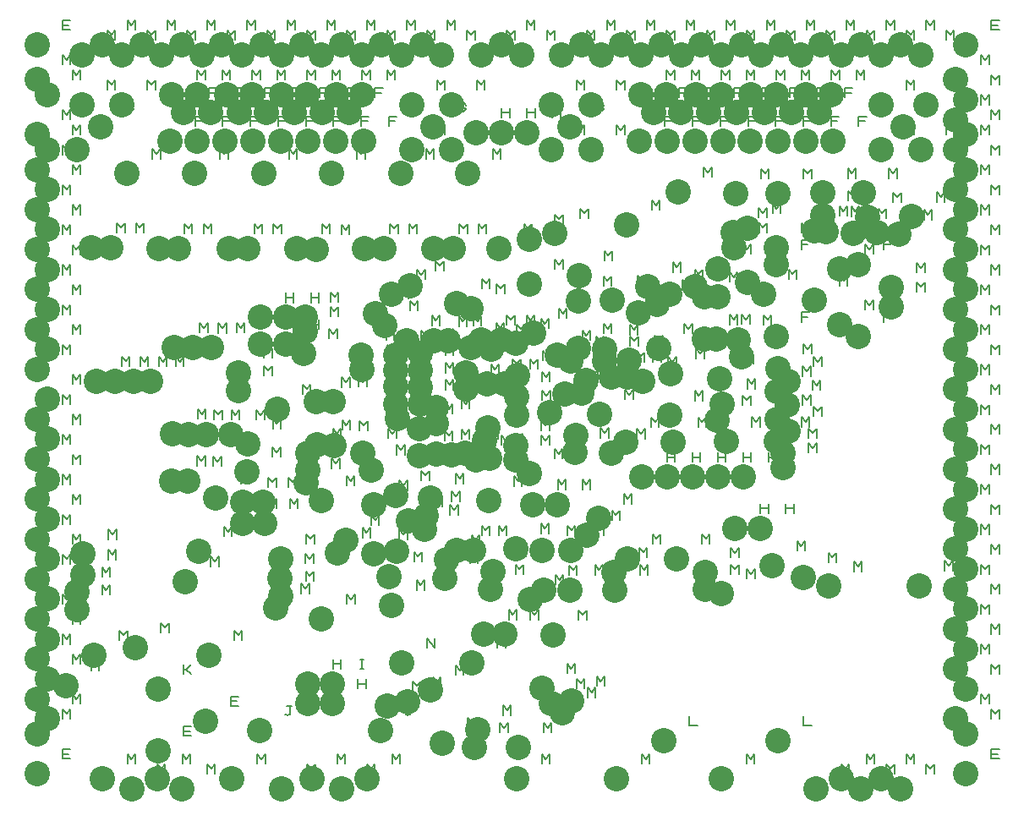
<source format=gbr>
%FSLAX36Y36*%
%MOMM*%
G04 EasyPC Gerber Version 18.0.8 Build 3632 *
%ADD70C,0.12700*%
%ADD26C,2.54000*%
X0Y0D02*
D02*
D70*
X48144200Y8355800D02*
Y9308300D01*
X48938000*
X48779200Y8832100D02*
X48144200D01*
Y8355800D02*
X48938000D01*
X48144200Y12355800D02*
Y13308300D01*
X48541100Y12832100*
X48938000Y13308300*
Y12355800*
X48144200Y15855800D02*
Y16808300D01*
X48541100Y16332100*
X48938000Y16808300*
Y15855800*
X48144200Y19855800D02*
Y20808300D01*
X48541100Y20332100*
X48938000Y20808300*
Y19855800*
X48144200Y23855800D02*
Y24808300D01*
X48541100Y24332100*
X48938000Y24808300*
Y23855800*
X48144200Y27855800D02*
Y28808300D01*
X48541100Y28332100*
X48938000Y28808300*
Y27855800*
X48144200Y31855800D02*
Y32808300D01*
X48541100Y32332100*
X48938000Y32808300*
Y31855800*
X48144200Y35855800D02*
Y36808300D01*
X48541100Y36332100*
X48938000Y36808300*
Y35855800*
X48144200Y39855800D02*
Y40808300D01*
X48541100Y40332100*
X48938000Y40808300*
Y39855800*
X48144200Y43855800D02*
Y44808300D01*
X48541100Y44332100*
X48938000Y44808300*
Y43855800*
X48144200Y48855800D02*
Y49808300D01*
X48541100Y49332100*
X48938000Y49808300*
Y48855800*
X48144200Y52855800D02*
Y53808300D01*
X48541100Y53332100*
X48938000Y53808300*
Y52855800*
X48144200Y56855800D02*
Y57808300D01*
X48541100Y57332100*
X48938000Y57808300*
Y56855800*
X48144200Y60855800D02*
Y61808300D01*
X48541100Y61332100*
X48938000Y61808300*
Y60855800*
X48144200Y64855800D02*
Y65808300D01*
X48541100Y65332100*
X48938000Y65808300*
Y64855800*
X48144200Y68855800D02*
Y69808300D01*
X48541100Y69332100*
X48938000Y69808300*
Y68855800*
X48144200Y72355800D02*
Y73308300D01*
X48541100Y72832100*
X48938000Y73308300*
Y72355800*
X48144200Y77855800D02*
Y78808300D01*
X48541100Y78332100*
X48938000Y78808300*
Y77855800*
X48144200Y81355800D02*
Y82308300D01*
X48938000*
X48779200Y81832100D02*
X48144200D01*
Y81355800D02*
X48938000D01*
X49144200Y13855800D02*
Y14808300D01*
X49541100Y14332100*
X49938000Y14808300*
Y13855800*
X49144200Y17855800D02*
Y18808300D01*
X49541100Y18332100*
X49938000Y18808300*
Y17855800*
X49144200Y21855800D02*
Y22808300D01*
X49541100Y22332100*
X49938000Y22808300*
Y21855800*
X49144200Y25855800D02*
Y26808300D01*
X49541100Y26332100*
X49938000Y26808300*
Y25855800*
X49144200Y29855800D02*
Y30808300D01*
X49541100Y30332100*
X49938000Y30808300*
Y29855800*
X49144200Y33855800D02*
Y34808300D01*
X49541100Y34332100*
X49938000Y34808300*
Y33855800*
X49144200Y37855800D02*
Y38808300D01*
X49541100Y38332100*
X49938000Y38808300*
Y37855800*
X49144200Y41855800D02*
Y42808300D01*
X49541100Y42332100*
X49938000Y42808300*
Y41855800*
X49144200Y45855800D02*
Y46808300D01*
X49541100Y46332100*
X49938000Y46808300*
Y45855800*
X49144200Y50855800D02*
Y51808300D01*
X49541100Y51332100*
X49938000Y51808300*
Y50855800*
X49144200Y54855800D02*
Y55808300D01*
X49541100Y55332100*
X49938000Y55808300*
Y54855800*
X49144200Y58855800D02*
Y59808300D01*
X49541100Y59332100*
X49938000Y59808300*
Y58855800*
X49144200Y62855800D02*
Y63808300D01*
X49541100Y63332100*
X49938000Y63808300*
Y62855800*
X49144200Y66855800D02*
Y67808300D01*
X49541100Y67332100*
X49938000Y67808300*
Y66855800*
X49144200Y70855800D02*
Y71808300D01*
X49541100Y71332100*
X49938000Y71808300*
Y70855800*
X49144200Y76355800D02*
Y77308300D01*
X49541100Y76832100*
X49938000Y77308300*
Y76355800*
X50994200Y17205800D02*
Y18158300D01*
X51391100Y17682100*
X51788000Y18158300*
Y17205800*
X52119200Y24780800D02*
Y25733300D01*
X52516100Y25257100*
X52913000Y25733300*
Y24780800*
X52119200Y26555800D02*
Y27508300D01*
X52516100Y27032100*
X52913000Y27508300*
Y26555800*
X52144200Y70855800D02*
Y71808300D01*
X52541100Y71332100*
X52938000Y71808300*
Y70855800*
X52644200Y75355800D02*
Y76308300D01*
X53041100Y75832100*
X53438000Y76308300*
Y75355800*
X52644200Y80355800D02*
Y81308300D01*
X53041100Y80832100*
X53438000Y81308300*
Y80355800*
X52719200Y28305800D02*
Y29258300D01*
X53116100Y28782100*
X53513000Y29258300*
Y28305800*
X52744200Y30355800D02*
Y31308300D01*
X53141100Y30832100*
X53538000Y31308300*
Y30355800*
X53594200Y61055800D02*
Y62008300D01*
X53991100Y61532100*
X54388000Y62008300*
Y61055800*
X53844200Y20255800D02*
Y21208300D01*
X54241100Y20732100*
X54638000Y21208300*
Y20255800*
X54094200Y47680800D02*
Y48633300D01*
X54491100Y48157100*
X54888000Y48633300*
Y47680800*
X55026800Y73530300D02*
X55265000D01*
Y73450900*
X55185600Y73292200*
X55106200Y73212800*
X54947500Y73133400*
X54788700*
X54630000Y73212800*
X54550600Y73292200*
X54471200Y73450900*
Y73768400*
X54550600Y73927200*
X54630000Y74006600*
X54788700Y74085900*
X54947500*
X55106200Y74006600*
X55185600Y73927200*
X55265000Y73768400*
X54644200Y7855800D02*
Y8808300D01*
X55041100Y8332100*
X55438000Y8808300*
Y7855800*
X54644200Y81355800D02*
Y82308300D01*
X55041100Y81832100*
X55438000Y82308300*
Y81355800*
X55494200Y61055800D02*
Y62008300D01*
X55891100Y61532100*
X56288000Y62008300*
Y61055800*
X55944200Y47655800D02*
Y48608300D01*
X56341100Y48132100*
X56738000Y48608300*
Y47655800*
X56644200Y75355800D02*
Y76308300D01*
X57041100Y75832100*
X57438000Y76308300*
Y75355800*
X56644200Y80355800D02*
Y81308300D01*
X57041100Y80832100*
X57438000Y81308300*
Y80355800*
X57144200Y68455800D02*
Y69408300D01*
X57541100Y68932100*
X57938000Y69408300*
Y68455800*
X57644200Y6855800D02*
Y7808300D01*
X58041100Y7332100*
X58438000Y7808300*
Y6855800*
X57794200Y47655800D02*
Y48608300D01*
X58191100Y48132100*
X58588000Y48608300*
Y47655800*
X58019200Y21005800D02*
Y21958300D01*
X58416100Y21482100*
X58813000Y21958300*
Y21005800*
X58644200Y81355800D02*
Y82308300D01*
X59041100Y81832100*
X59438000Y82308300*
Y81355800*
X59494200Y47655800D02*
Y48608300D01*
X59891100Y48132100*
X60288000Y48608300*
Y47655800*
X60144200Y7855800D02*
Y8808300D01*
X60541100Y8332100*
X60938000Y8808300*
Y7855800*
X60272600Y10630800D02*
Y11583300D01*
X61066400*
X60907600Y11107100D02*
X60272600D01*
Y10630800D02*
X61066400D01*
X60272600Y16830800D02*
Y17783300D01*
Y17307100D02*
X60510700D01*
X61066400Y17783300*
X60510700Y17307100D02*
X61066400Y16830800D01*
X60344200Y60955800D02*
Y61908300D01*
X60741100Y61432100*
X61138000Y61908300*
Y60955800*
X60644200Y80355800D02*
Y81308300D01*
X61041100Y80832100*
X61438000Y81308300*
Y80355800*
X61426200Y71711000D02*
Y72663500D01*
X62220000*
X62061200Y72187300D02*
X61426200D01*
X61644200Y37705800D02*
Y38658300D01*
X62041100Y38182100*
X62438000Y38658300*
Y37705800*
X61644200Y76355800D02*
Y77308300D01*
X62041100Y76832100*
X62438000Y77308300*
Y76355800*
X61694200Y42380800D02*
Y43333300D01*
X62091100Y42857100*
X62488000Y43333300*
Y42380800*
X61894200Y51030800D02*
Y51983300D01*
X62291100Y51507100*
X62688000Y51983300*
Y51030800*
X62294200Y60955800D02*
Y61908300D01*
X62691100Y61432100*
X63088000Y61908300*
Y60955800*
X62644200Y6855800D02*
Y7808300D01*
X63041100Y7332100*
X63438000Y7808300*
Y6855800*
X62644200Y81355800D02*
Y82308300D01*
X63041100Y81832100*
X63438000Y82308300*
Y81355800*
X62811200Y74555800D02*
Y75508300D01*
X63605000*
X63446200Y75032100D02*
X62811200D01*
X62994200Y27630800D02*
Y28583300D01*
X63391100Y28107100*
X63788000Y28583300*
Y27630800*
X63269200Y37655800D02*
Y38608300D01*
X63666100Y38132100*
X64063000Y38608300*
Y37655800*
X63344200Y42355800D02*
Y43308300D01*
X63741100Y42832100*
X64138000Y43308300*
Y42355800*
X63769200Y51005800D02*
Y51958300D01*
X64166100Y51482100*
X64563000Y51958300*
Y51005800*
X63944200Y68455800D02*
Y69408300D01*
X64341100Y68932100*
X64738000Y69408300*
Y68455800*
X64144200Y76355800D02*
Y77308300D01*
X64541100Y76832100*
X64938000Y77308300*
Y76355800*
X64196200Y71711000D02*
Y72663500D01*
X64990000*
X64831200Y72187300D02*
X64196200D01*
X64319200Y30630800D02*
Y31583300D01*
X64716100Y31107100*
X65113000Y31583300*
Y30630800*
X64644200Y80355800D02*
Y81308300D01*
X65041100Y80832100*
X65438000Y81308300*
Y80355800*
X64972600Y13630800D02*
Y14583300D01*
X65766400*
X65607600Y14107100D02*
X64972600D01*
Y13630800D02*
X65766400D01*
X65069200Y42305800D02*
Y43258300D01*
X65466100Y42782100*
X65863000Y43258300*
Y42305800*
X65344200Y20255800D02*
Y21208300D01*
X65741100Y20732100*
X66138000Y21208300*
Y20255800*
X65541000Y74555800D02*
Y75508300D01*
X66334800*
X66176000Y75032100D02*
X65541000D01*
X65594200Y51030800D02*
Y51983300D01*
X65991100Y51507100*
X66388000Y51983300*
Y51030800*
X66044200Y35930800D02*
Y36883300D01*
X66441100Y36407100*
X66838000Y36883300*
Y35930800*
X66644200Y81355800D02*
Y82308300D01*
X67041100Y81832100*
X67438000Y82308300*
Y81355800*
X66966200Y71711000D02*
Y72663500D01*
X67760000*
X67601200Y72187300D02*
X66966200D01*
X67144200Y76355800D02*
Y77308300D01*
X67541100Y76832100*
X67938000Y77308300*
Y76355800*
X67344200Y60955800D02*
Y61908300D01*
X67741100Y61432100*
X68138000Y61908300*
Y60955800*
X67569200Y42305800D02*
Y43258300D01*
X67966100Y42782100*
X68363000Y43258300*
Y42305800*
X67644200Y7855800D02*
Y8808300D01*
X68041100Y8332100*
X68438000Y8808300*
Y7855800*
X68319200Y46755800D02*
Y47708300D01*
X68716100Y47232100*
X69113000Y47708300*
Y46755800*
X68319200Y48505800D02*
Y49458300D01*
X68716100Y48982100*
X69113000Y49458300*
Y48505800*
X68351200Y74555800D02*
Y75508300D01*
X69145000*
X68986200Y75032100D02*
X68351200D01*
X68644200Y80355800D02*
Y81308300D01*
X69041100Y80832100*
X69438000Y81308300*
Y80355800*
X68744200Y33405800D02*
Y34358300D01*
X69141100Y33882100*
X69538000Y34358300*
Y33405800*
X68744200Y35580800D02*
Y36533300D01*
X69141100Y36057100*
X69538000Y36533300*
Y35580800*
X69169200Y38580800D02*
Y39533300D01*
X69566100Y39057100*
X69963000Y39533300*
Y38580800*
X69219200Y41405800D02*
Y42358300D01*
X69616100Y41882100*
X70013000Y42358300*
Y41405800*
X69269200Y60955800D02*
Y61908300D01*
X69666100Y61432100*
X70063000Y61908300*
Y60955800*
X69644200Y76355800D02*
Y77308300D01*
X70041100Y76832100*
X70438000Y77308300*
Y76355800*
X69736200Y71711000D02*
Y72663500D01*
X70530000*
X70371200Y72187300D02*
X69736200D01*
X70451200Y12829600D02*
X70530600Y12750200D01*
X70689300Y12670800*
X70848100Y12750200*
X70927500Y12829600*
Y13623300*
X71086200*
X70927500D02*
X70610000D01*
X70494200Y51380800D02*
Y52333300D01*
Y51857100D02*
X71288000D01*
Y51380800D02*
Y52333300D01*
X70494200Y54055800D02*
Y55008300D01*
Y54532100D02*
X71288000D01*
Y54055800D02*
Y55008300D01*
X70644200Y81355800D02*
Y82308300D01*
X71041100Y81832100*
X71438000Y82308300*
Y81355800*
X70769200Y35580800D02*
Y36533300D01*
X71166100Y36057100*
X71563000Y36533300*
Y35580800*
X70844200Y68455800D02*
Y69408300D01*
X71241100Y68932100*
X71638000Y69408300*
Y68455800*
X70919200Y33405800D02*
Y34358300D01*
X71316100Y33882100*
X71713000Y34358300*
Y33405800*
X71121200Y74555800D02*
Y75508300D01*
X71915000*
X71756200Y75032100D02*
X71121200D01*
X72044200Y24930800D02*
Y25883300D01*
X72441100Y25407100*
X72838000Y25883300*
Y24930800*
X72194200Y44880800D02*
Y45833300D01*
X72591100Y45357100*
X72988000Y45833300*
Y44880800*
X72469200Y27905800D02*
Y28858300D01*
X72866100Y28382100*
X73263000Y28858300*
Y27905800*
X72506200Y71711000D02*
Y72663500D01*
X73300000*
X73141200Y72187300D02*
X72506200D01*
X72519200Y26180800D02*
Y27133300D01*
X72916100Y26657100*
X73313000Y27133300*
Y26180800*
X72569200Y29880800D02*
Y30833300D01*
X72966100Y30357100*
X73363000Y30833300*
Y29880800*
X72644200Y6855800D02*
Y7808300D01*
X73041100Y7332100*
X73438000Y7808300*
Y6855800*
X72644200Y76355800D02*
Y77308300D01*
X73041100Y76832100*
X73438000Y77308300*
Y76355800*
X72644200Y80355800D02*
Y81308300D01*
X73041100Y80832100*
X73438000Y81308300*
Y80355800*
X73034200Y51380800D02*
Y52333300D01*
Y51857100D02*
X73828000D01*
Y51380800D02*
Y52333300D01*
X73034200Y54055800D02*
Y55008300D01*
Y54532100D02*
X73828000D01*
Y54055800D02*
Y55008300D01*
X73891200Y74555800D02*
Y75508300D01*
X74685000*
X74526200Y75032100D02*
X73891200D01*
X74144200Y60955800D02*
Y61908300D01*
X74541100Y61432100*
X74938000Y61908300*
Y60955800*
X74644200Y81355800D02*
Y82308300D01*
X75041100Y81832100*
X75438000Y82308300*
Y81355800*
X74869200Y50430800D02*
Y51383300D01*
X75266100Y50907100*
X75663000Y51383300*
Y50430800*
X74969200Y52655800D02*
Y53608300D01*
X75366100Y53132100*
X75763000Y53608300*
Y52655800*
X74994200Y54105800D02*
Y55058300D01*
X75391100Y54582100*
X75788000Y55058300*
Y54105800*
X75119200Y37455800D02*
Y38408300D01*
X75516100Y37932100*
X75913000Y38408300*
Y37455800*
X75144200Y76355800D02*
Y77308300D01*
X75541100Y76832100*
X75938000Y77308300*
Y76355800*
X75219200Y40455800D02*
Y41408300D01*
X75616100Y40932100*
X76013000Y41408300*
Y40455800*
X75221200Y15380800D02*
Y16333300D01*
Y15857100D02*
X76015000D01*
Y15380800D02*
Y16333300D01*
X75221200Y17380800D02*
Y18333300D01*
Y17857100D02*
X76015000D01*
Y17380800D02*
Y18333300D01*
X75244200Y38805800D02*
Y39758300D01*
X75641100Y39282100*
X76038000Y39758300*
Y38805800*
X75276200Y71711000D02*
Y72663500D01*
X76070000*
X75911200Y72187300D02*
X75276200D01*
X75644200Y7855800D02*
Y8808300D01*
X76041100Y8332100*
X76438000Y8808300*
Y7855800*
X76094200Y60855800D02*
Y61808300D01*
X76491100Y61332100*
X76888000Y61808300*
Y60855800*
X76119200Y45580800D02*
Y46533300D01*
X76516100Y46057100*
X76913000Y46533300*
Y45580800*
X76144200Y41280800D02*
Y42233300D01*
X76541100Y41757100*
X76938000Y42233300*
Y41280800*
X76594200Y35705800D02*
Y36658300D01*
X76991100Y36182100*
X77388000Y36658300*
Y35705800*
X76644200Y23855800D02*
Y24808300D01*
X77041100Y24332100*
X77438000Y24808300*
Y23855800*
X76644200Y80355800D02*
Y81308300D01*
X77041100Y80832100*
X77438000Y81308300*
Y80355800*
X76661200Y74555800D02*
Y75508300D01*
X77455000*
X77296200Y75032100D02*
X76661200D01*
X77644200Y68455800D02*
Y69408300D01*
X78041100Y68932100*
X78438000Y69408300*
Y68455800*
X77721200Y15380800D02*
Y16333300D01*
Y15857100D02*
X78515000D01*
Y15380800D02*
Y16333300D01*
X77959300Y17380800D02*
X78276800D01*
X78118100D02*
Y18333300D01*
X77959300D02*
X78276800D01*
X77819200Y45605800D02*
Y46558300D01*
X78216100Y46082100*
X78613000Y46558300*
Y45605800*
X77894200Y41230800D02*
Y42183300D01*
X78291100Y41707100*
X78688000Y42183300*
Y41230800*
X78046200Y71711000D02*
Y72663500D01*
X78840000*
X78681200Y72187300D02*
X78046200D01*
X78144200Y76355800D02*
Y77308300D01*
X78541100Y76832100*
X78938000Y77308300*
Y76355800*
X78194200Y30505800D02*
Y31458300D01*
X78591100Y30982100*
X78988000Y31458300*
Y30505800*
X78644200Y6855800D02*
Y7808300D01*
X79041100Y7332100*
X79438000Y7808300*
Y6855800*
X78644200Y81355800D02*
Y82308300D01*
X79041100Y81832100*
X79438000Y82308300*
Y81355800*
X79069200Y31755800D02*
Y32708300D01*
X79466100Y32232100*
X79863000Y32708300*
Y31755800*
X79431200Y74555800D02*
Y75508300D01*
X80225000*
X80066200Y75032100D02*
X79431200D01*
X80594200Y50255800D02*
Y51208300D01*
X80991100Y50732100*
X81388000Y51208300*
Y50255800*
X80644200Y76355800D02*
Y77308300D01*
X81041100Y76832100*
X81438000Y77308300*
Y76355800*
X80644200Y80355800D02*
Y81308300D01*
X81041100Y80832100*
X81438000Y81308300*
Y80355800*
X80694200Y48855800D02*
Y49808300D01*
X81091100Y49332100*
X81488000Y49808300*
Y48855800*
X80794200Y40455800D02*
Y41408300D01*
X81191100Y40932100*
X81588000Y41408300*
Y40455800*
X80816200Y71711000D02*
Y72663500D01*
X81610000*
X81451200Y72187300D02*
X80816200D01*
X80944200Y60955800D02*
Y61908300D01*
X81341100Y61432100*
X81738000Y61908300*
Y60955800*
X81144200Y7855800D02*
Y8808300D01*
X81541100Y8332100*
X81938000Y8808300*
Y7855800*
X81619200Y38805800D02*
Y39758300D01*
X82016100Y39282100*
X82413000Y39758300*
Y38805800*
X81894200Y30355800D02*
Y31308300D01*
X82291100Y30832100*
X82688000Y31308300*
Y30355800*
X81894200Y35255800D02*
Y36208300D01*
X82291100Y35732100*
X82688000Y36208300*
Y35255800*
X81994200Y54455800D02*
Y55408300D01*
X82391100Y54932100*
X82788000Y55408300*
Y54455800*
X82491200Y12829600D02*
X82570600Y12750200D01*
X82729300Y12670800*
X82888100Y12750200*
X82967500Y12829600*
Y13623300*
X83126200*
X82967500D02*
X82650000D01*
X82644200Y81355800D02*
Y82308300D01*
X83041100Y81832100*
X83438000Y82308300*
Y81355800*
X82844200Y60955800D02*
Y61908300D01*
X83241100Y61432100*
X83638000Y61908300*
Y60955800*
X82944200Y53255800D02*
Y54208300D01*
X83341100Y53732100*
X83738000Y54208300*
Y53255800*
X83244200Y15155800D02*
Y16108300D01*
X83641100Y15632100*
X84038000Y16108300*
Y15155800*
X83344200Y28130800D02*
Y29083300D01*
X83741100Y28607100*
X84138000Y29083300*
Y28130800*
X83594200Y25255800D02*
Y26208300D01*
X83991100Y25732100*
X84388000Y26208300*
Y25255800*
X83644200Y56355800D02*
Y57308300D01*
X84041100Y56832100*
X84438000Y57308300*
Y56355800*
X84019200Y45355800D02*
Y46308300D01*
X84416100Y45832100*
X84813000Y46308300*
Y45355800*
X84019200Y47105800D02*
Y48058300D01*
X84416100Y47582100*
X84813000Y48058300*
Y47105800*
X84044200Y48755800D02*
Y49708300D01*
X84441100Y49232100*
X84838000Y49708300*
Y48755800*
X84069200Y50255800D02*
Y51208300D01*
X84466100Y50732100*
X84863000Y51208300*
Y50255800*
X84094200Y36255800D02*
Y37208300D01*
X84491100Y36732100*
X84888000Y37208300*
Y36255800*
X84169200Y30605800D02*
Y31558300D01*
X84566100Y31082100*
X84963000Y31558300*
Y30605800*
X84194200Y43930800D02*
Y44883300D01*
X84591100Y44407100*
X84988000Y44883300*
Y43930800*
X84544200Y68455800D02*
Y69408300D01*
X84941100Y68932100*
X85338000Y69408300*
Y68455800*
X84644200Y19455800D02*
Y20408300D01*
X85438000Y19455800*
Y20408300*
X84644200Y80355800D02*
Y81308300D01*
X85041100Y80832100*
X85438000Y81308300*
Y80355800*
X85119200Y51755800D02*
Y52708300D01*
X85516100Y52232100*
X85913000Y52708300*
Y51755800*
X85244200Y15555800D02*
Y16508300D01*
X85641100Y16032100*
X86038000Y16508300*
Y15555800*
X85344200Y33655800D02*
Y34608300D01*
X85741100Y34132100*
X86138000Y34608300*
Y33655800*
X85519200Y57230800D02*
Y58183300D01*
X85916100Y57707100*
X86313000Y58183300*
Y57230800*
X85644200Y70855800D02*
Y71808300D01*
X86041100Y71332100*
X86438000Y71808300*
Y70855800*
X85644200Y75355800D02*
Y76308300D01*
X86041100Y75832100*
X86438000Y76308300*
Y75355800*
X86419200Y40230800D02*
Y41183300D01*
X86816100Y40707100*
X87213000Y41183300*
Y40230800*
X86419200Y42905800D02*
Y43858300D01*
X86816100Y43382100*
X87213000Y43858300*
Y42905800*
X86469200Y48755800D02*
Y49708300D01*
X86866100Y49232100*
X87263000Y49708300*
Y48755800*
X86494200Y50430800D02*
Y51383300D01*
X86891100Y50907100*
X87288000Y51383300*
Y50430800*
X86519200Y45330800D02*
Y46283300D01*
X86916100Y45807100*
X87313000Y46283300*
Y45330800*
X86519200Y47030800D02*
Y47983300D01*
X86916100Y47507100*
X87313000Y47983300*
Y47030800*
X86644200Y81355800D02*
Y82308300D01*
X87041100Y81832100*
X87438000Y82308300*
Y81355800*
X86972200Y32805800D02*
Y33758300D01*
X87369100Y33282100*
X87766000Y33758300*
Y32805800*
X87144200Y34155800D02*
Y35108300D01*
X87541100Y34632100*
X87938000Y35108300*
Y34155800*
X87519200Y16755800D02*
Y17708300D01*
X87916100Y17232100*
X88313000Y17708300*
Y16755800*
X87519200Y35930800D02*
Y36883300D01*
X87916100Y36407100*
X88313000Y36883300*
Y35930800*
X88326800Y73530300D02*
X88565000D01*
Y73450900*
X88485600Y73292200*
X88406200Y73212800*
X88247500Y73133400*
X88088700*
X87930000Y73212800*
X87850600Y73292200*
X87771200Y73450900*
Y73768400*
X87850600Y73927200*
X87930000Y74006600*
X88088700Y74085900*
X88247500*
X88406200Y74006600*
X88485600Y73927200*
X88565000Y73768400*
X87844200Y51680800D02*
Y52633300D01*
X88241100Y52157100*
X88638000Y52633300*
Y51680800*
X87894200Y60955800D02*
Y61908300D01*
X88291100Y61432100*
X88688000Y61908300*
Y60955800*
X88094200Y40355800D02*
Y41308300D01*
X88491100Y40832100*
X88888000Y41308300*
Y40355800*
X88119200Y43405800D02*
Y44358300D01*
X88516100Y43882100*
X88913000Y44358300*
Y43405800*
X88119200Y45055800D02*
Y46008300D01*
X88516100Y45532100*
X88913000Y46008300*
Y45055800*
X88644200Y80355800D02*
Y81308300D01*
X89041100Y80832100*
X89438000Y81308300*
Y80355800*
X88744200Y11455800D02*
Y12408300D01*
X89141100Y11932100*
X89538000Y12408300*
Y11455800*
X88969200Y27905800D02*
Y28858300D01*
X89366100Y28382100*
X89763000Y28858300*
Y27905800*
X89119200Y29780800D02*
Y30733300D01*
X89516100Y30257100*
X89913000Y30733300*
Y29780800*
X89294200Y51705800D02*
Y52658300D01*
X89691100Y52182100*
X90088000Y52658300*
Y51705800*
X89644200Y40330800D02*
Y41283300D01*
X90041100Y40807100*
X90438000Y41283300*
Y40330800*
X89644200Y70855800D02*
Y71808300D01*
X90041100Y71332100*
X90438000Y71808300*
Y70855800*
X89644200Y75355800D02*
Y76308300D01*
X90041100Y75832100*
X90438000Y76308300*
Y75355800*
X89794200Y60955800D02*
Y61908300D01*
X90191100Y61432100*
X90588000Y61908300*
Y60955800*
X90119200Y30755800D02*
Y31708300D01*
X90516100Y31232100*
X90913000Y31708300*
Y30755800*
X90144200Y55455800D02*
Y56408300D01*
X90541100Y55932100*
X90938000Y56408300*
Y55455800*
X90969200Y40430800D02*
Y41383300D01*
X91366100Y40907100*
X91763000Y41383300*
Y40430800*
X91044200Y46880800D02*
Y47833300D01*
X91441100Y47357100*
X91838000Y47833300*
Y46880800*
X91069200Y48505800D02*
Y49458300D01*
X91466100Y48982100*
X91863000Y49458300*
Y48505800*
X91244200Y68455800D02*
Y69408300D01*
X91641100Y68932100*
X92038000Y69408300*
Y68455800*
X91569200Y51005800D02*
Y51958300D01*
X91966100Y51482100*
X92363000Y51958300*
Y51005800*
X91619200Y54955800D02*
Y55908300D01*
X92016100Y55432100*
X92413000Y55908300*
Y54955800*
X91707700Y19480800D02*
Y20433300D01*
X92104600Y19957100*
X92501500Y20433300*
Y19480800*
X91819200Y30705800D02*
Y31658300D01*
X92216100Y31182100*
X92613000Y31658300*
Y30705800*
X91944200Y10980800D02*
Y11933300D01*
X92341100Y11457100*
X92738000Y11933300*
Y10980800*
X92117800Y72555800D02*
Y73508300D01*
Y73032100D02*
X92911600D01*
Y72555800D02*
Y73508300D01*
X92119200Y39755800D02*
Y40708300D01*
X92516100Y40232100*
X92913000Y40708300*
Y39755800*
X92269200Y12730800D02*
Y13683300D01*
X92666100Y13207100*
X93063000Y13683300*
Y12730800*
X92619200Y51830800D02*
Y52783300D01*
X93016100Y52307100*
X93413000Y52783300*
Y51830800*
X92644200Y80355800D02*
Y81308300D01*
X93041100Y80832100*
X93438000Y81308300*
Y80355800*
X92819200Y22305800D02*
Y23258300D01*
X93216100Y22782100*
X93613000Y23258300*
Y22305800*
X92969200Y41730800D02*
Y42683300D01*
X93366100Y42207100*
X93763000Y42683300*
Y41730800*
X93219200Y47430800D02*
Y48383300D01*
X93616100Y47907100*
X94013000Y48383300*
Y47430800*
X93244200Y43030800D02*
Y43983300D01*
X93641100Y43507100*
X94038000Y43983300*
Y43030800*
X93369200Y35680800D02*
Y36633300D01*
X93766100Y36157100*
X94163000Y36633300*
Y35680800*
X93444200Y39955800D02*
Y40908300D01*
X93841100Y40432100*
X94238000Y40908300*
Y39955800*
X93519200Y26855800D02*
Y27808300D01*
X93916100Y27332100*
X94313000Y27808300*
Y26855800*
X93619200Y50905800D02*
Y51858300D01*
X94016100Y51382100*
X94413000Y51858300*
Y50905800*
X93769200Y28630800D02*
Y29583300D01*
X94166100Y29107100*
X94563000Y29583300*
Y28630800*
X94344200Y60955800D02*
Y61908300D01*
X94741100Y61432100*
X95138000Y61908300*
Y60955800*
X94619200Y51805800D02*
Y52758300D01*
X95016100Y52282100*
X95413000Y52758300*
Y51805800*
X94644200Y81355800D02*
Y82308300D01*
X95041100Y81832100*
X95438000Y82308300*
Y81355800*
X94657800Y72555800D02*
Y73508300D01*
Y73032100D02*
X95451600D01*
Y72555800D02*
Y73508300D01*
X94944200Y47430800D02*
Y48383300D01*
X95341100Y47907100*
X95738000Y48383300*
Y47430800*
X95007700Y22305800D02*
Y23258300D01*
X95404600Y22782100*
X95801500Y23258300*
Y22305800*
X96044200Y30930800D02*
Y31883300D01*
X96441100Y31407100*
X96838000Y31883300*
Y30930800*
X96044200Y51455800D02*
Y52408300D01*
X96441100Y51932100*
X96838000Y52408300*
Y51455800*
X96119200Y39755800D02*
Y40708300D01*
X96516100Y40232100*
X96913000Y40708300*
Y39755800*
X96119200Y41255800D02*
Y42208300D01*
X96516100Y41732100*
X96913000Y42208300*
Y41255800*
X96144200Y7855800D02*
Y8808300D01*
X96541100Y8332100*
X96938000Y8808300*
Y7855800*
X96169200Y46105800D02*
Y47058300D01*
X96566100Y46582100*
X96963000Y47058300*
Y46105800*
X96194200Y44255800D02*
Y45208300D01*
X96591100Y44732100*
X96988000Y45208300*
Y44255800*
X96219200Y48255800D02*
Y49208300D01*
X96616100Y48732100*
X97013000Y49208300*
Y48255800*
X96319200Y10980800D02*
Y11933300D01*
X96716100Y11457100*
X97113000Y11933300*
Y10980800*
X96644200Y80355800D02*
Y81308300D01*
X97041100Y80832100*
X97438000Y81308300*
Y80355800*
X97197800Y72555800D02*
Y73508300D01*
Y73032100D02*
X97991600D01*
Y72555800D02*
Y73508300D01*
X97419200Y38430800D02*
Y39383300D01*
X97816100Y38907100*
X98213000Y39383300*
Y38430800*
X97444200Y57380800D02*
Y58333300D01*
X97841100Y57857100*
X98238000Y58333300*
Y57380800*
X97444200Y61905800D02*
Y62858300D01*
X97841100Y62382100*
X98238000Y62858300*
Y61905800*
X97519200Y25805800D02*
Y26758300D01*
X97916100Y26282100*
X98313000Y26758300*
Y25805800*
X97744200Y35330800D02*
Y36283300D01*
X98141100Y35807100*
X98538000Y36283300*
Y35330800*
X97857200Y52455800D02*
Y53408300D01*
X98254100Y52932100*
X98651000Y53408300*
Y52455800*
X98669200Y16905800D02*
Y17858300D01*
X99066100Y17382100*
X99463000Y17858300*
Y16905800*
X98694200Y30730800D02*
Y31683300D01*
X99091100Y31207100*
X99488000Y31683300*
Y30730800*
X98869200Y26755800D02*
Y27708300D01*
X99266100Y27232100*
X99663000Y27708300*
Y26755800*
X99494200Y44530800D02*
Y45483300D01*
X99891100Y45007100*
X100288000Y45483300*
Y44530800*
X99644200Y15430800D02*
Y16383300D01*
X100041100Y15907100*
X100438000Y16383300*
Y15430800*
X99644200Y70855800D02*
Y71808300D01*
X100041100Y71332100*
X100438000Y71808300*
Y70855800*
X99644200Y75355800D02*
Y76308300D01*
X100041100Y75832100*
X100438000Y76308300*
Y75355800*
X99844200Y22280800D02*
Y23233300D01*
X100241100Y22757100*
X100638000Y23233300*
Y22280800*
X99994200Y62480800D02*
Y63433300D01*
X100391100Y62957100*
X100788000Y63433300*
Y62480800*
X100194200Y35330800D02*
Y36283300D01*
X100591100Y35807100*
X100988000Y36283300*
Y35330800*
X100194200Y50255800D02*
Y51208300D01*
X100591100Y50732100*
X100988000Y51208300*
Y50255800*
X100644200Y80355800D02*
Y81308300D01*
X101041100Y80832100*
X101438000Y81308300*
Y80355800*
X100744200Y14505800D02*
Y15458300D01*
X101141100Y14982100*
X101538000Y15458300*
Y14505800*
X100994200Y46380800D02*
Y47333300D01*
X101391100Y46857100*
X101788000Y47333300*
Y46380800*
X101469200Y26780800D02*
Y27733300D01*
X101866100Y27257100*
X102263000Y27733300*
Y26780800*
X102072800Y73530300D02*
X102311000D01*
Y73450900*
X102231600Y73292200*
X102152200Y73212800*
X101993500Y73133400*
X101834700*
X101676000Y73212800*
X101596600Y73292200*
X101517200Y73450900*
Y73768400*
X101596600Y73927200*
X101676000Y74006600*
X101834700Y74085900*
X101993500*
X102152200Y74006600*
X102231600Y73927200*
X102311000Y73768400*
X101544200Y30755800D02*
Y31708300D01*
X101941100Y31232100*
X102338000Y31708300*
Y30755800*
X101569200Y49680800D02*
Y50633300D01*
X101966100Y50157100*
X102363000Y50633300*
Y49680800*
X101644200Y15630800D02*
Y16583300D01*
X102041100Y16107100*
X102438000Y16583300*
Y15630800*
X102044200Y40505800D02*
Y41458300D01*
X102441100Y40982100*
X102838000Y41458300*
Y40505800*
X102069200Y42205800D02*
Y43158300D01*
X102466100Y42682100*
X102863000Y43158300*
Y42205800*
X102319200Y55705800D02*
Y56658300D01*
X102716100Y56182100*
X103113000Y56658300*
Y55705800*
X102344200Y50930800D02*
Y51883300D01*
X102741100Y51407100*
X103138000Y51883300*
Y50930800*
X102394200Y58255800D02*
Y59208300D01*
X102791100Y58732100*
X103188000Y59208300*
Y58255800*
X102644200Y81355800D02*
Y82308300D01*
X103041100Y81832100*
X103438000Y82308300*
Y81355800*
X102694200Y46430800D02*
Y47383300D01*
X103091100Y46907100*
X103488000Y47383300*
Y46430800*
X103094200Y47730800D02*
Y48683300D01*
X103491100Y48207100*
X103888000Y48683300*
Y47730800*
X103169200Y32255800D02*
Y33208300D01*
X103566100Y32732100*
X103963000Y33208300*
Y32255800*
X103644200Y70855800D02*
Y71808300D01*
X104041100Y71332100*
X104438000Y71808300*
Y70855800*
X103644200Y75355800D02*
Y76308300D01*
X104041100Y75832100*
X104438000Y76308300*
Y75355800*
X104344200Y33905800D02*
Y34858300D01*
X104741100Y34382100*
X105138000Y34858300*
Y33905800*
X104494200Y44330800D02*
Y45283300D01*
X104891100Y44807100*
X105288000Y45283300*
Y44330800*
X104644200Y80355800D02*
Y81308300D01*
X105041100Y80832100*
X105438000Y81308300*
Y80355800*
X104969200Y50830800D02*
Y51783300D01*
X105366100Y51307100*
X105763000Y51783300*
Y50830800*
X104994200Y49705800D02*
Y50658300D01*
X105391100Y50182100*
X105788000Y50658300*
Y49705800*
X105619200Y48105800D02*
Y49058300D01*
X106016100Y48582100*
X106413000Y49058300*
Y48105800*
X105669200Y40430800D02*
Y41383300D01*
X106066100Y40907100*
X106463000Y41383300*
Y40430800*
X105719200Y55780800D02*
Y56733300D01*
X106116100Y56257100*
X106513000Y56733300*
Y55780800*
X105894200Y28555800D02*
Y29508300D01*
X106291100Y29032100*
X106688000Y29508300*
Y28555800*
X105969200Y26780800D02*
Y27733300D01*
X106366100Y27257100*
X106763000Y27733300*
Y26780800*
X106144200Y7855800D02*
Y8808300D01*
X106541100Y8332100*
X106938000Y8808300*
Y7855800*
X106644200Y81355800D02*
Y82308300D01*
X107041100Y81832100*
X107438000Y82308300*
Y81355800*
X107094200Y41580800D02*
Y42533300D01*
X107491100Y42057100*
X107888000Y42533300*
Y41580800*
X107169200Y63305800D02*
Y64258300D01*
X107566100Y63782100*
X107963000Y64258300*
Y63305800*
X107219200Y29905800D02*
Y30858300D01*
X107616100Y30382100*
X108013000Y30858300*
Y29905800*
X107294200Y48080800D02*
Y49033300D01*
X107691100Y48557100*
X108088000Y49033300*
Y48080800*
X107444200Y49730800D02*
Y50683300D01*
X107841100Y50207100*
X108238000Y50683300*
Y49730800*
X108369200Y54480800D02*
Y55433300D01*
X108766100Y54957100*
X109163000Y55433300*
Y54480800*
X108472200Y71711000D02*
Y72663500D01*
X109266000*
X109107200Y72187300D02*
X108472200D01*
X108644200Y76355800D02*
Y77308300D01*
X109041100Y76832100*
X109438000Y77308300*
Y76355800*
X108644200Y80355800D02*
Y81308300D01*
X109041100Y80832100*
X109438000Y81308300*
Y80355800*
X108684200Y38080800D02*
Y39033300D01*
Y38557100D02*
X109478000D01*
Y38080800D02*
Y39033300D01*
X108819200Y47630800D02*
Y48583300D01*
X109216100Y48107100*
X109613000Y48583300*
Y47630800*
X109269200Y57105800D02*
Y58058300D01*
X109666100Y57582100*
X110063000Y58058300*
Y57105800*
X109857200Y74555800D02*
Y75508300D01*
X110651000*
X110492200Y75032100D02*
X109857200D01*
X110244200Y55330800D02*
Y56283300D01*
X110641100Y55807100*
X111038000Y56283300*
Y55330800*
X110419200Y50955800D02*
Y51908300D01*
X110816100Y51432100*
X111213000Y51908300*
Y50955800*
X110644200Y81355800D02*
Y82308300D01*
X111041100Y81832100*
X111438000Y82308300*
Y81355800*
X110922700Y12598300D02*
Y11645800D01*
X111716500*
X111144200Y76355800D02*
Y77308300D01*
X111541100Y76832100*
X111938000Y77308300*
Y76355800*
X111224200Y38080800D02*
Y39033300D01*
Y38557100D02*
X112018000D01*
Y38080800D02*
Y39033300D01*
X111242200Y71711000D02*
Y72663500D01*
X112036000*
X111877200Y72187300D02*
X111242200D01*
X111469200Y44230800D02*
Y45183300D01*
X111866100Y44707100*
X112263000Y45183300*
Y44230800*
X111469200Y56405800D02*
Y57358300D01*
X111866100Y56882100*
X112263000Y57358300*
Y56405800*
X111594200Y48455800D02*
Y49408300D01*
X111991100Y48932100*
X112388000Y49408300*
Y48455800*
X111794200Y41580800D02*
Y42533300D01*
X112191100Y42057100*
X112588000Y42533300*
Y41580800*
X112169200Y29880800D02*
Y30833300D01*
X112566100Y30357100*
X112963000Y30833300*
Y29880800*
X112369200Y66605800D02*
Y67558300D01*
X112766100Y67082100*
X113163000Y67558300*
Y66605800*
X112587000Y74555800D02*
Y75508300D01*
X113380800*
X113222000Y75032100D02*
X112587000D01*
X112644200Y80355800D02*
Y81308300D01*
X113041100Y80832100*
X113438000Y81308300*
Y80355800*
X113764200Y38080800D02*
Y39033300D01*
Y38557100D02*
X114558000D01*
Y38080800D02*
Y39033300D01*
X113994200Y57105800D02*
Y58058300D01*
X114391100Y57582100*
X114788000Y58058300*
Y57105800*
X114012200Y71711000D02*
Y72663500D01*
X114806000*
X114647200Y72187300D02*
X114012200D01*
X114144200Y76355800D02*
Y77308300D01*
X114541100Y76832100*
X114938000Y77308300*
Y76355800*
X114644200Y81355800D02*
Y82308300D01*
X115041100Y81832100*
X115438000Y82308300*
Y81355800*
X114944200Y51855800D02*
Y52808300D01*
X115341100Y52332100*
X115738000Y52808300*
Y51855800*
X114969200Y56105800D02*
Y57058300D01*
X115366100Y56582100*
X115763000Y57058300*
Y56105800*
X115069200Y26855800D02*
Y27808300D01*
X115466100Y27332100*
X115863000Y27808300*
Y26855800*
X115069200Y28505800D02*
Y29458300D01*
X115466100Y28982100*
X115863000Y29458300*
Y28505800*
X115397200Y74555800D02*
Y75508300D01*
X116191000*
X116032200Y75032100D02*
X115397200D01*
X116169200Y51880800D02*
Y52833300D01*
X116566100Y52357100*
X116963000Y52833300*
Y51880800*
X116269200Y43780800D02*
Y44733300D01*
X116666100Y44257100*
X117063000Y44733300*
Y43780800*
X116294200Y56105800D02*
Y57058300D01*
X116691100Y56582100*
X117088000Y57058300*
Y56105800*
X116294200Y58905800D02*
Y59858300D01*
X116691100Y59382100*
X117088000Y59858300*
Y58905800*
X116304200Y38080800D02*
Y39033300D01*
Y38557100D02*
X117098000D01*
Y38080800D02*
Y39033300D01*
X116519200Y47905800D02*
Y48858300D01*
X116916100Y48382100*
X117313000Y48858300*
Y47905800*
X116644200Y7855800D02*
Y8808300D01*
X117041100Y8332100*
X117438000Y8808300*
Y7855800*
X116644200Y76355800D02*
Y77308300D01*
X117041100Y76832100*
X117438000Y77308300*
Y76355800*
X116644200Y80355800D02*
Y81308300D01*
X117041100Y80832100*
X117438000Y81308300*
Y80355800*
X116694200Y26405800D02*
Y27358300D01*
X117091100Y26882100*
X117488000Y27358300*
Y26405800*
X116744200Y45405800D02*
Y46358300D01*
X117141100Y45882100*
X117538000Y46358300*
Y45405800*
X116782200Y71711000D02*
Y72663500D01*
X117576000*
X117417200Y72187300D02*
X116782200D01*
X117194200Y41605800D02*
Y42558300D01*
X117591100Y42082100*
X117988000Y42558300*
Y41605800*
X117869200Y62555800D02*
Y63508300D01*
X118266100Y63032100*
X118663000Y63508300*
Y62555800*
X117894200Y61055800D02*
Y62008300D01*
X118291100Y61532100*
X118688000Y62008300*
Y61055800*
X118019200Y32930800D02*
Y33883300D01*
Y33407100D02*
X118813000D01*
Y32930800D02*
Y33883300D01*
X118094200Y66455800D02*
Y67408300D01*
X118491100Y66932100*
X118888000Y67408300*
Y66455800*
X118167200Y74555800D02*
Y75508300D01*
X118961000*
X118802200Y75032100D02*
X118167200D01*
X118344200Y51830800D02*
Y52783300D01*
X118741100Y52307100*
X119138000Y52783300*
Y51830800*
X118644200Y81355800D02*
Y82308300D01*
X119041100Y81832100*
X119438000Y82308300*
Y81355800*
X118694200Y50105800D02*
Y51058300D01*
X119091100Y50582100*
X119488000Y51058300*
Y50105800*
X118844200Y38080800D02*
Y39033300D01*
Y38557100D02*
X119638000D01*
Y38080800D02*
Y39033300D01*
X119244200Y57555800D02*
Y58508300D01*
X119641100Y58032100*
X120038000Y58508300*
Y57555800*
X119244200Y62980800D02*
Y63933300D01*
X119641100Y63457100*
X120038000Y63933300*
Y62980800*
X119552200Y71711000D02*
Y72663500D01*
X120346000*
X120187200Y72187300D02*
X119552200D01*
X119644200Y76355800D02*
Y77308300D01*
X120041100Y76832100*
X120438000Y77308300*
Y76355800*
X120559200Y32930800D02*
Y33883300D01*
Y33407100D02*
X121353000D01*
Y32930800D02*
Y33883300D01*
X120644200Y80355800D02*
Y81308300D01*
X121041100Y80832100*
X121438000Y81308300*
Y80355800*
X120869200Y56405800D02*
Y57358300D01*
X121266100Y56882100*
X121663000Y57358300*
Y56405800*
X120937200Y74555800D02*
Y75508300D01*
X121731000*
X121572200Y75032100D02*
X120937200D01*
X121694200Y29180800D02*
Y30133300D01*
X122091100Y29657100*
X122488000Y30133300*
Y29180800*
X122119200Y52105800D02*
Y53058300D01*
X122913000*
X122754200Y52582100D02*
X122119200D01*
Y59355800D02*
Y60308300D01*
X122913000*
X122754200Y59832100D02*
X122119200D01*
X122144200Y41605800D02*
Y42558300D01*
X122541100Y42082100*
X122938000Y42558300*
Y41605800*
X122144200Y76355800D02*
Y77308300D01*
X122541100Y76832100*
X122938000Y77308300*
Y76355800*
X122194200Y61030800D02*
Y61983300D01*
X122591100Y61507100*
X122988000Y61983300*
Y61030800*
X122269200Y43805800D02*
Y44758300D01*
X122666100Y44282100*
X123063000Y44758300*
Y43805800*
X122269200Y46680800D02*
Y47633300D01*
X122666100Y47157100*
X123063000Y47633300*
Y46680800*
X122322200Y71711000D02*
Y72663500D01*
X123116000*
X122957200Y72187300D02*
X122322200D01*
X122344200Y48905800D02*
Y49858300D01*
X122741100Y49382100*
X123138000Y49858300*
Y48905800*
X122344200Y66455800D02*
Y67408300D01*
X122741100Y66932100*
X123138000Y67408300*
Y66455800*
X122352700Y12598300D02*
Y11645800D01*
X123146500*
X122644200Y81355800D02*
Y82308300D01*
X123041100Y81832100*
X123438000Y82308300*
Y81355800*
X122844200Y39005800D02*
Y39958300D01*
X123241100Y39482100*
X123638000Y39958300*
Y39005800*
X122844200Y40480800D02*
Y41433300D01*
X123241100Y40957100*
X123638000Y41433300*
Y40480800*
X123244200Y45280800D02*
Y46233300D01*
X123641100Y45757100*
X124038000Y46233300*
Y45280800*
X123369200Y42680800D02*
Y43633300D01*
X123766100Y43157100*
X124163000Y43633300*
Y42680800*
X123369200Y47655800D02*
Y48608300D01*
X123766100Y48132100*
X124163000Y48608300*
Y47655800*
X123707200Y74555800D02*
Y75508300D01*
X124501000*
X124342200Y75032100D02*
X123707200D01*
X124644200Y80355800D02*
Y81308300D01*
X125041100Y80832100*
X125438000Y81308300*
Y80355800*
X124844200Y28030800D02*
Y28983300D01*
X125241100Y28507100*
X125638000Y28983300*
Y28030800*
X125092200Y71711000D02*
Y72663500D01*
X125886000*
X125727200Y72187300D02*
X125092200D01*
X125144200Y76355800D02*
Y77308300D01*
X125541100Y76832100*
X125938000Y77308300*
Y76355800*
X125944200Y62705800D02*
Y63658300D01*
X126341100Y63182100*
X126738000Y63658300*
Y62705800*
X125969200Y55755800D02*
Y56708300D01*
X126366100Y56232100*
X126763000Y56708300*
Y55755800*
X126144200Y6855800D02*
Y7808300D01*
X126541100Y7332100*
X126938000Y7808300*
Y6855800*
X126477200Y74555800D02*
Y75508300D01*
X127271000*
X127112200Y75032100D02*
X126477200D01*
X126644200Y81355800D02*
Y82308300D01*
X127041100Y81832100*
X127438000Y82308300*
Y81355800*
X126794200Y66505800D02*
Y67458300D01*
X127191100Y66982100*
X127588000Y67458300*
Y66505800*
X126819200Y64255800D02*
Y65208300D01*
X127216100Y64732100*
X127613000Y65208300*
Y64255800*
X127119200Y62680800D02*
Y63633300D01*
X127516100Y63157100*
X127913000Y63633300*
Y62680800*
X127394200Y27130800D02*
Y28083300D01*
X127791100Y27607100*
X128188000Y28083300*
Y27130800*
X127644200Y76355800D02*
Y77308300D01*
X128041100Y76832100*
X128438000Y77308300*
Y76355800*
X127862200Y71711000D02*
Y72663500D01*
X128656000*
X128497200Y72187300D02*
X127862200D01*
X128519200Y53305800D02*
Y54258300D01*
X128916100Y53782100*
X129313000Y54258300*
Y53305800*
X128519200Y58905800D02*
Y59858300D01*
X128916100Y59382100*
X129313000Y59858300*
Y58905800*
X128644200Y7855800D02*
Y8808300D01*
X129041100Y8332100*
X129438000Y8808300*
Y7855800*
X128644200Y80355800D02*
Y81308300D01*
X129041100Y80832100*
X129438000Y81308300*
Y80355800*
X129819200Y62505800D02*
Y63458300D01*
X130216100Y62982100*
X130613000Y63458300*
Y62505800*
X130369200Y52105800D02*
Y53058300D01*
X131163000*
X131004200Y52582100D02*
X130369200D01*
Y59355800D02*
Y60308300D01*
X131163000*
X131004200Y59832100D02*
X130369200D01*
X130644200Y6855800D02*
Y7808300D01*
X131041100Y7332100*
X131438000Y7808300*
Y6855800*
X130644200Y81355800D02*
Y82308300D01*
X131041100Y81832100*
X131438000Y82308300*
Y81355800*
X130894200Y66505800D02*
Y67458300D01*
X131291100Y66982100*
X131688000Y67458300*
Y66505800*
X131319200Y64105800D02*
Y65058300D01*
X131716100Y64582100*
X132113000Y65058300*
Y64105800*
X132269200Y62555800D02*
Y63508300D01*
X132666100Y63032100*
X133063000Y63508300*
Y62555800*
X132644200Y7855800D02*
Y8808300D01*
X133041100Y8332100*
X133438000Y8808300*
Y7855800*
X132644200Y70855800D02*
Y71808300D01*
X133041100Y71332100*
X133438000Y71808300*
Y70855800*
X132644200Y75355800D02*
Y76308300D01*
X133041100Y75832100*
X133438000Y76308300*
Y75355800*
X132644200Y80355800D02*
Y81308300D01*
X133041100Y80832100*
X133438000Y81308300*
Y80355800*
X133694200Y55130800D02*
Y56083300D01*
X134091100Y55607100*
X134488000Y56083300*
Y55130800*
X133694200Y57055800D02*
Y58008300D01*
X134091100Y57532100*
X134488000Y58008300*
Y57055800*
X134394200Y62355800D02*
Y63308300D01*
X134791100Y62832100*
X135188000Y63308300*
Y62355800*
X134644200Y6855800D02*
Y7808300D01*
X135041100Y7332100*
X135438000Y7808300*
Y6855800*
X134644200Y81355800D02*
Y82308300D01*
X135041100Y81832100*
X135438000Y82308300*
Y81355800*
X135372800Y73530300D02*
X135611000D01*
Y73450900*
X135531600Y73292200*
X135452200Y73212800*
X135293500Y73133400*
X135134700*
X134976000Y73212800*
X134896600Y73292200*
X134817200Y73450900*
Y73768400*
X134896600Y73927200*
X134976000Y74006600*
X135134700Y74085900*
X135293500*
X135452200Y74006600*
X135531600Y73927200*
X135611000Y73768400*
X135694200Y64130800D02*
Y65083300D01*
X136091100Y64607100*
X136488000Y65083300*
Y64130800*
X136494200Y27205800D02*
Y28158300D01*
X136891100Y27682100*
X137288000Y28158300*
Y27205800*
X136644200Y70855800D02*
Y71808300D01*
X137041100Y71332100*
X137438000Y71808300*
Y70855800*
X136644200Y80355800D02*
Y81308300D01*
X137041100Y80832100*
X137438000Y81308300*
Y80355800*
X137144200Y75355800D02*
Y76308300D01*
X137541100Y75832100*
X137938000Y76308300*
Y75355800*
X140144200Y13855800D02*
Y14808300D01*
X140541100Y14332100*
X140938000Y14808300*
Y13855800*
X140144200Y18855800D02*
Y19808300D01*
X140541100Y19332100*
X140938000Y19808300*
Y18855800*
X140144200Y22855800D02*
Y23808300D01*
X140541100Y23332100*
X140938000Y23808300*
Y22855800*
X140144200Y26855800D02*
Y27808300D01*
X140541100Y27332100*
X140938000Y27808300*
Y26855800*
X140144200Y30855800D02*
Y31808300D01*
X140541100Y31332100*
X140938000Y31808300*
Y30855800*
X140144200Y34855800D02*
Y35808300D01*
X140541100Y35332100*
X140938000Y35808300*
Y34855800*
X140144200Y38855800D02*
Y39808300D01*
X140541100Y39332100*
X140938000Y39808300*
Y38855800*
X140144200Y42855800D02*
Y43808300D01*
X140541100Y43332100*
X140938000Y43808300*
Y42855800*
X140144200Y46855800D02*
Y47808300D01*
X140541100Y47332100*
X140938000Y47808300*
Y46855800*
X140144200Y50855800D02*
Y51808300D01*
X140541100Y51332100*
X140938000Y51808300*
Y50855800*
X140144200Y54855800D02*
Y55808300D01*
X140541100Y55332100*
X140938000Y55808300*
Y54855800*
X140144200Y58855800D02*
Y59808300D01*
X140541100Y59332100*
X140938000Y59808300*
Y58855800*
X140144200Y62855800D02*
Y63808300D01*
X140541100Y63332100*
X140938000Y63808300*
Y62855800*
X140144200Y66855800D02*
Y67808300D01*
X140541100Y67332100*
X140938000Y67808300*
Y66855800*
X140144200Y70855800D02*
Y71808300D01*
X140541100Y71332100*
X140938000Y71808300*
Y70855800*
X140144200Y73855800D02*
Y74808300D01*
X140541100Y74332100*
X140938000Y74808300*
Y73855800*
X140144200Y77855800D02*
Y78808300D01*
X140541100Y78332100*
X140938000Y78808300*
Y77855800*
X141144200Y8355800D02*
Y9308300D01*
X141938000*
X141779200Y8832100D02*
X141144200D01*
Y8355800D02*
X141938000D01*
X141144200Y12355800D02*
Y13308300D01*
X141541100Y12832100*
X141938000Y13308300*
Y12355800*
X141144200Y16855800D02*
Y17808300D01*
X141541100Y17332100*
X141938000Y17808300*
Y16855800*
X141144200Y20855800D02*
Y21808300D01*
X141541100Y21332100*
X141938000Y21808300*
Y20855800*
X141144200Y24855800D02*
Y25808300D01*
X141541100Y25332100*
X141938000Y25808300*
Y24855800*
X141144200Y28855800D02*
Y29808300D01*
X141541100Y29332100*
X141938000Y29808300*
Y28855800*
X141144200Y32855800D02*
Y33808300D01*
X141541100Y33332100*
X141938000Y33808300*
Y32855800*
X141144200Y36855800D02*
Y37808300D01*
X141541100Y37332100*
X141938000Y37808300*
Y36855800*
X141144200Y40855800D02*
Y41808300D01*
X141541100Y41332100*
X141938000Y41808300*
Y40855800*
X141144200Y44855800D02*
Y45808300D01*
X141541100Y45332100*
X141938000Y45808300*
Y44855800*
X141144200Y48855800D02*
Y49808300D01*
X141541100Y49332100*
X141938000Y49808300*
Y48855800*
X141144200Y52855800D02*
Y53808300D01*
X141541100Y53332100*
X141938000Y53808300*
Y52855800*
X141144200Y56855800D02*
Y57808300D01*
X141541100Y57332100*
X141938000Y57808300*
Y56855800*
X141144200Y60855800D02*
Y61808300D01*
X141541100Y61332100*
X141938000Y61808300*
Y60855800*
X141144200Y64855800D02*
Y65808300D01*
X141541100Y65332100*
X141938000Y65808300*
Y64855800*
X141144200Y68855800D02*
Y69808300D01*
X141541100Y69332100*
X141938000Y69808300*
Y68855800*
X141144200Y72355800D02*
Y73308300D01*
X141541100Y72832100*
X141938000Y73308300*
Y72355800*
X141144200Y75855800D02*
Y76808300D01*
X141541100Y76332100*
X141938000Y76808300*
Y75855800*
X141144200Y81355800D02*
Y82308300D01*
X141938000*
X141779200Y81832100D02*
X141144200D01*
Y81355800D02*
X141938000D01*
D02*
D26*
X45604200Y6847700D03*
Y10847700D03*
Y14347700D03*
Y18347700D03*
Y22347700D03*
Y26347700D03*
Y30347700D03*
Y34347700D03*
Y38347700D03*
Y42347700D03*
Y47347700D03*
Y51347700D03*
Y55347700D03*
Y59347700D03*
Y63347700D03*
Y67347700D03*
Y70847700D03*
Y76347700D03*
Y79847700D03*
X46604200Y12347700D03*
Y16347700D03*
Y20347700D03*
Y24347700D03*
Y28347700D03*
Y32347700D03*
Y36347700D03*
Y40347700D03*
Y44347700D03*
Y49347700D03*
Y53347700D03*
Y57347700D03*
Y61347700D03*
Y65347700D03*
Y69347700D03*
Y74847700D03*
X48454200Y15697700D03*
X49579200Y23272700D03*
Y25047700D03*
X49604200Y69347700D03*
X50104200Y73847700D03*
Y78847700D03*
X50179200Y26797700D03*
X50204200Y28847700D03*
X51054200Y59547700D03*
X51304200Y18747700D03*
X51554200Y46172700D03*
X51931200Y71625300D03*
X52104200Y6347700D03*
Y79847700D03*
X52954200Y59547700D03*
X53404200Y46147700D03*
X54104200Y73847700D03*
Y78847700D03*
X54604200Y66947700D03*
X55104200Y5347700D03*
X55254200Y46147700D03*
X55479200Y19497700D03*
X56104200Y79847700D03*
X56954200Y46147700D03*
X57604200Y6347700D03*
X57732600Y9122700D03*
Y15322700D03*
X57804200Y59447700D03*
X58104200Y78847700D03*
X58886200Y70202900D03*
X59104200Y36197700D03*
Y74847700D03*
X59154200Y40872700D03*
X59354200Y49522700D03*
X59754200Y59447700D03*
X60104200Y5347700D03*
Y79847700D03*
X60271200Y73047700D03*
X60454200Y26122700D03*
X60729200Y36147700D03*
X60804200Y40847700D03*
X61229200Y49497700D03*
X61404200Y66947700D03*
X61604200Y74847700D03*
X61656200Y70202900D03*
X61779200Y29122700D03*
X62104200Y78847700D03*
X62432600Y12122700D03*
X62529200Y40797700D03*
X62804200Y18747700D03*
X63001000Y73047700D03*
X63054200Y49522700D03*
X63504200Y34422700D03*
X64104200Y79847700D03*
X64426200Y70202900D03*
X64604200Y74847700D03*
X64804200Y59447700D03*
X65029200Y40797700D03*
X65104200Y6347700D03*
X65779200Y45247700D03*
Y46997700D03*
X65811200Y73047700D03*
X66104200Y78847700D03*
X66204200Y31897700D03*
Y34072700D03*
X66629200Y37072700D03*
X66679200Y39897700D03*
X66729200Y59447700D03*
X67104200Y74847700D03*
X67196200Y70202900D03*
X67911200Y11162700D03*
X67954200Y49872700D03*
Y52547700D03*
X68104200Y79847700D03*
X68229200Y34072700D03*
X68304200Y66947700D03*
X68379200Y31897700D03*
X68581200Y73047700D03*
X69504200Y23422700D03*
X69654200Y43372700D03*
X69929200Y26397700D03*
X69966200Y70202900D03*
X69979200Y24672700D03*
X70029200Y28372700D03*
X70104200Y5347700D03*
Y74847700D03*
Y78847700D03*
X70494200Y49872700D03*
Y52547700D03*
X71351200Y73047700D03*
X71604200Y59447700D03*
X72104200Y79847700D03*
X72329200Y48922700D03*
X72429200Y51147700D03*
X72454200Y52597700D03*
X72579200Y35947700D03*
X72604200Y74847700D03*
X72679200Y38947700D03*
X72681200Y13872700D03*
Y15872700D03*
X72704200Y37297700D03*
X72736200Y70202900D03*
X73104200Y6347700D03*
X73554200Y59347700D03*
X73579200Y44072700D03*
X73604200Y39772700D03*
X74054200Y34197700D03*
X74104200Y22347700D03*
Y78847700D03*
X74121200Y73047700D03*
X75104200Y66947700D03*
X75181200Y13872700D03*
Y15872700D03*
X75279200Y44097700D03*
X75354200Y39722700D03*
X75506200Y70202900D03*
X75604200Y74847700D03*
X75654200Y28997700D03*
X76104200Y5347700D03*
Y79847700D03*
X76529200Y30247700D03*
X76891200Y73047700D03*
X78054200Y48747700D03*
X78104200Y74847700D03*
Y78847700D03*
X78154200Y47347700D03*
X78254200Y38947700D03*
X78276200Y70202900D03*
X78404200Y59447700D03*
X78604200Y6347700D03*
X79079200Y37297700D03*
X79354200Y28847700D03*
Y33747700D03*
X79454200Y52947700D03*
X79951200Y11162700D03*
X80104200Y79847700D03*
X80304200Y59447700D03*
X80404200Y51747700D03*
X80704200Y13647700D03*
X80804200Y26622700D03*
X81054200Y23747700D03*
X81104200Y54847700D03*
X81479200Y43847700D03*
Y45597700D03*
X81504200Y47247700D03*
X81529200Y48747700D03*
X81554200Y34747700D03*
X81629200Y29097700D03*
X81654200Y42422700D03*
X82004200Y66947700D03*
X82104200Y17947700D03*
Y78847700D03*
X82579200Y50247700D03*
X82704200Y14047700D03*
X82804200Y32147700D03*
X82979200Y55722700D03*
X83104200Y69347700D03*
Y73847700D03*
X83879200Y38722700D03*
Y41397700D03*
X83929200Y47247700D03*
X83954200Y48922700D03*
X83979200Y43822700D03*
Y45522700D03*
X84104200Y79847700D03*
X84432200Y31297700D03*
X84604200Y32647700D03*
X84979200Y15247700D03*
Y34422700D03*
X85231200Y71625300D03*
X85304200Y50172700D03*
X85354200Y59447700D03*
X85554200Y38847700D03*
X85579200Y41897700D03*
Y43547700D03*
X86104200Y78847700D03*
X86204200Y9947700D03*
X86429200Y26397700D03*
X86579200Y28272700D03*
X86754200Y50197700D03*
X87104200Y38822700D03*
Y69347700D03*
Y73847700D03*
X87254200Y59447700D03*
X87579200Y29247700D03*
X87604200Y53947700D03*
X88429200Y38922700D03*
X88504200Y45372700D03*
X88529200Y46997700D03*
X88704200Y66947700D03*
X89029200Y49497700D03*
X89079200Y53447700D03*
X89167700Y17972700D03*
X89279200Y29197700D03*
X89404200Y9472700D03*
X89577800Y71047700D03*
X89579200Y38247700D03*
X89729200Y11222700D03*
X90079200Y50322700D03*
X90104200Y78847700D03*
X90279200Y20797700D03*
X90429200Y40222700D03*
X90679200Y45922700D03*
X90704200Y41522700D03*
X90829200Y34172700D03*
X90904200Y38447700D03*
X90979200Y25347700D03*
X91079200Y49397700D03*
X91229200Y27122700D03*
X91804200Y59447700D03*
X92079200Y50297700D03*
X92104200Y79847700D03*
X92117800Y71047700D03*
X92404200Y45922700D03*
X92467700Y20797700D03*
X93504200Y29422700D03*
Y49947700D03*
X93579200Y38247700D03*
Y39747700D03*
X93604200Y6347700D03*
X93629200Y44597700D03*
X93654200Y42747700D03*
X93679200Y46747700D03*
X93779200Y9472700D03*
X94104200Y78847700D03*
X94657800Y71047700D03*
X94879200Y36922700D03*
X94904200Y55872700D03*
Y60397700D03*
X94979200Y24297700D03*
X95204200Y33822700D03*
X95317200Y50947700D03*
X96129200Y15397700D03*
X96154200Y29222700D03*
X96329200Y25247700D03*
X96954200Y43022700D03*
X97104200Y13922700D03*
Y69347700D03*
Y73847700D03*
X97304200Y20772700D03*
X97454200Y60972700D03*
X97654200Y33822700D03*
Y48747700D03*
X98104200Y78847700D03*
X98204200Y12997700D03*
X98454200Y44872700D03*
X98929200Y25272700D03*
X98977200Y71625300D03*
X99004200Y29247700D03*
X99029200Y48172700D03*
X99104200Y14122700D03*
X99504200Y38997700D03*
X99529200Y40697700D03*
X99779200Y54197700D03*
X99804200Y49422700D03*
X99854200Y56747700D03*
X100104200Y79847700D03*
X100154200Y44922700D03*
X100554200Y46222700D03*
X100629200Y30747700D03*
X101104200Y69347700D03*
Y73847700D03*
X101804200Y32397700D03*
X101954200Y42822700D03*
X102104200Y78847700D03*
X102429200Y49322700D03*
X102454200Y48197700D03*
X103079200Y46597700D03*
X103129200Y38922700D03*
X103179200Y54272700D03*
X103354200Y27047700D03*
X103429200Y25272700D03*
X103604200Y6347700D03*
X104104200Y79847700D03*
X104554200Y40072700D03*
X104629200Y61797700D03*
X104679200Y28397700D03*
X104754200Y46572700D03*
X104904200Y48222700D03*
X105829200Y52972700D03*
X105932200Y70202900D03*
X106104200Y74847700D03*
Y78847700D03*
X106144200Y36572700D03*
X106279200Y46122700D03*
X106729200Y55597700D03*
X107317200Y73047700D03*
X107704200Y53822700D03*
X107879200Y49447700D03*
X108104200Y79847700D03*
X108382700Y10137700D03*
X108604200Y74847700D03*
X108684200Y36572700D03*
X108702200Y70202900D03*
X108929200Y42722700D03*
Y54897700D03*
X109054200Y46947700D03*
X109254200Y40072700D03*
X109629200Y28372700D03*
X109829200Y65097700D03*
X110047000Y73047700D03*
X110104200Y78847700D03*
X111224200Y36572700D03*
X111454200Y55597700D03*
X111472200Y70202900D03*
X111604200Y74847700D03*
X112104200Y79847700D03*
X112404200Y50347700D03*
X112429200Y54597700D03*
X112529200Y25347700D03*
Y26997700D03*
X112857200Y73047700D03*
X113629200Y50372700D03*
X113729200Y42272700D03*
X113754200Y54597700D03*
Y57397700D03*
X113764200Y36572700D03*
X113979200Y46397700D03*
X114104200Y6347700D03*
Y74847700D03*
Y78847700D03*
X114154200Y24897700D03*
X114204200Y43897700D03*
X114242200Y70202900D03*
X114654200Y40097700D03*
X115329200Y61047700D03*
X115354200Y59547700D03*
X115479200Y31422700D03*
X115554200Y64947700D03*
X115627200Y73047700D03*
X115804200Y50322700D03*
X116104200Y79847700D03*
X116154200Y48597700D03*
X116304200Y36572700D03*
X116704200Y56047700D03*
Y61472700D03*
X117012200Y70202900D03*
X117104200Y74847700D03*
X118019200Y31422700D03*
X118104200Y78847700D03*
X118329200Y54897700D03*
X118397200Y73047700D03*
X119154200Y27672700D03*
X119579200Y50597700D03*
Y57847700D03*
X119604200Y40097700D03*
Y74847700D03*
X119654200Y59522700D03*
X119729200Y42297700D03*
Y45172700D03*
X119782200Y70202900D03*
X119804200Y47397700D03*
Y64947700D03*
X119812700Y10137700D03*
X120104200Y79847700D03*
X120304200Y37497700D03*
Y38972700D03*
X120704200Y43772700D03*
X120829200Y41172700D03*
Y46147700D03*
X121167200Y73047700D03*
X122104200Y78847700D03*
X122304200Y26522700D03*
X122552200Y70202900D03*
X122604200Y74847700D03*
X123404200Y61197700D03*
X123429200Y54247700D03*
X123604200Y5347700D03*
X123937200Y73047700D03*
X124104200Y79847700D03*
X124254200Y64997700D03*
X124279200Y62747700D03*
X124579200Y61172700D03*
X124854200Y25622700D03*
X125104200Y74847700D03*
X125322200Y70202900D03*
X125979200Y51797700D03*
Y57397700D03*
X126104200Y6347700D03*
Y78847700D03*
X127279200Y60997700D03*
X127829200Y50597700D03*
Y57847700D03*
X128104200Y5347700D03*
Y79847700D03*
X128354200Y64997700D03*
X128779200Y62597700D03*
X129729200Y61047700D03*
X130104200Y6347700D03*
Y69347700D03*
Y73847700D03*
Y78847700D03*
X131154200Y53622700D03*
Y55547700D03*
X131854200Y60847700D03*
X132104200Y5347700D03*
Y79847700D03*
X132277200Y71625300D03*
X133154200Y62622700D03*
X133954200Y25697700D03*
X134104200Y69347700D03*
Y78847700D03*
X134604200Y73847700D03*
X137604200Y12347700D03*
Y17347700D03*
Y21347700D03*
Y25347700D03*
Y29347700D03*
Y33347700D03*
Y37347700D03*
Y41347700D03*
Y45347700D03*
Y49347700D03*
Y53347700D03*
Y57347700D03*
Y61347700D03*
Y65347700D03*
Y69347700D03*
Y72347700D03*
Y76347700D03*
X138604200Y6847700D03*
Y10847700D03*
Y15347700D03*
Y19347700D03*
Y23347700D03*
Y27347700D03*
Y31347700D03*
Y35347700D03*
Y39347700D03*
Y43347700D03*
Y47347700D03*
Y51347700D03*
Y55347700D03*
Y59347700D03*
Y63347700D03*
Y67347700D03*
Y70847700D03*
Y74347700D03*
Y79847700D03*
X0Y0D02*
M02*

</source>
